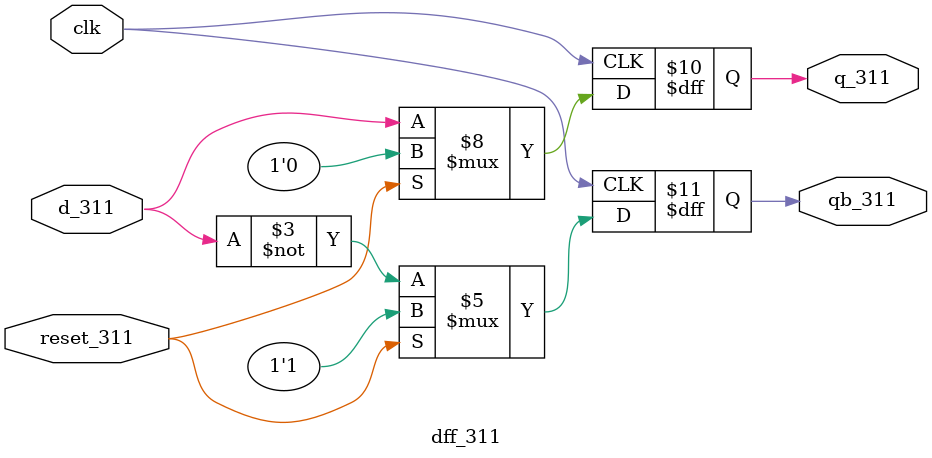
<source format=v>
`timescale 1ns / 1ps
module dff_311(
    input d_311,
    input clk,
    input reset_311,
    output reg q_311,
    output reg qb_311
    );	
	always@(posedge clk)
		begin
				 if(reset_311==1)
				begin
					q_311 <=0;
					qb_311 <=1;
				end
				else 
				begin
					q_311<=d_311;
					qb_311<=~d_311;
				end
		end
endmodule


</source>
